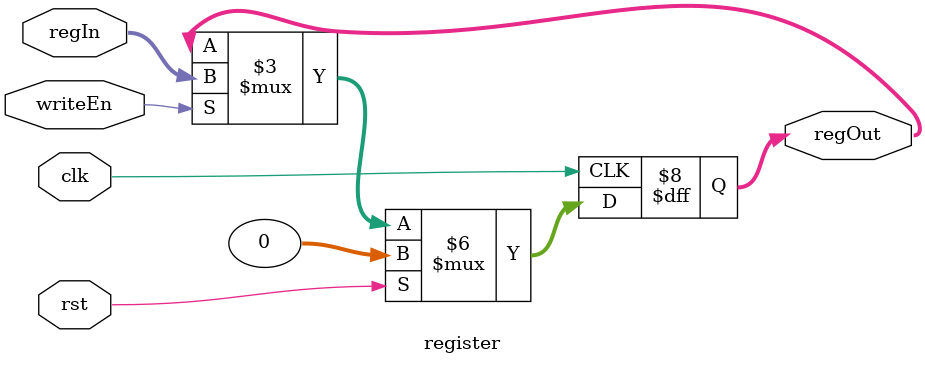
<source format=v>
module register (clk, rst, writeEn, regIn, regOut);
  input clk, rst, writeEn;
  input [31:0] regIn;
  output reg [31:0] regOut;

  always @ (posedge clk) begin
    if (rst == 1) regOut <= 0;
    else if (writeEn) regOut <= regIn;
  end
endmodule

</source>
